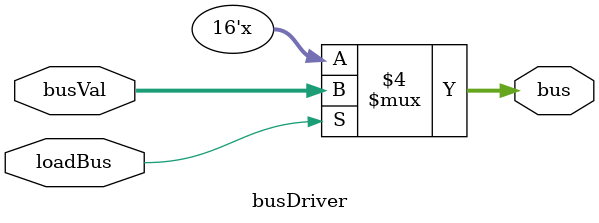
<source format=v>

module busDriver(busVal, bus, loadBus);
	input wire[15:0] busVal;
	output reg[15:0] bus;
	input wire loadBus;
		
	always @(loadBus) 
	begin
		if(loadBus == 1) bus <= busVal;
		else bus <= 16'bz;
	end
endmodule
</source>
